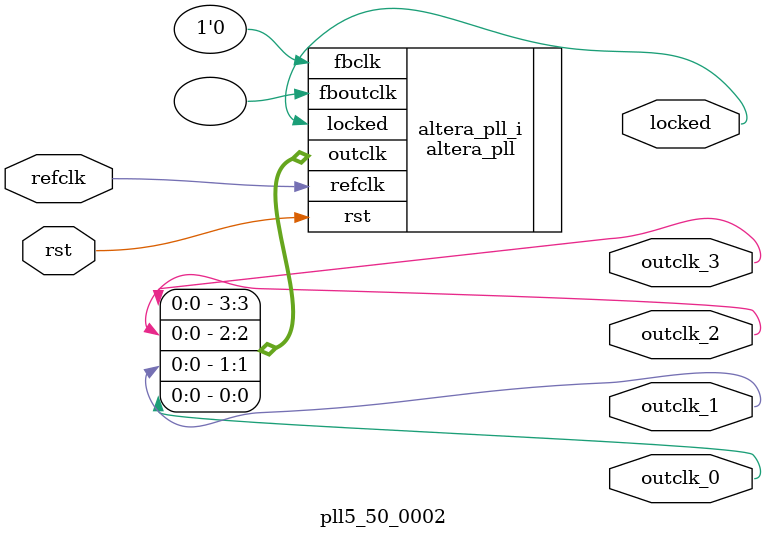
<source format=v>
`timescale 1ns/10ps
module  pll5_50_0002 #(
	parameter REF_CLK = "50.0 MHz",
	parameter NUM_CLKS = 4,
	parameter CLK0 = "20.000000 MHz",
	parameter CLK1 = "40.000000 MHz",
	parameter CLK2 = "18.421052 MHz",
	parameter CLK3 = "10.000000 MHz"
)
(

	// interface 'refclk'
	input wire refclk,

	// interface 'reset'
	input wire rst,

	// interface 'outclk0'
	output wire outclk_0,

	// interface 'outclk1'
	output wire outclk_1,

	// interface 'outclk2'
	output wire outclk_2,

	// interface 'outclk3'
	output wire outclk_3,

	// interface 'locked'
	output wire locked
);

	altera_pll #(
		.fractional_vco_multiplier("false"),
		.reference_clock_frequency(REF_CLK),
		.operation_mode("direct"),
		.number_of_clocks(NUM_CLKS),
		.output_clock_frequency0(CLK0),
		.phase_shift0("0 ps"),
		.duty_cycle0(50),
		.output_clock_frequency1(CLK1),
		.phase_shift1("0 ps"),
		.duty_cycle1(50),
		.output_clock_frequency2(CLK2),
		.phase_shift2("0 ps"),
		.duty_cycle2(50),
		.output_clock_frequency3(CLK3),
		.phase_shift3("0 ps"),
		.duty_cycle3(50),
		.output_clock_frequency4("0 MHz"),
		.phase_shift4("0 ps"),
		.duty_cycle4(50),
		.output_clock_frequency5("0 MHz"),
		.phase_shift5("0 ps"),
		.duty_cycle5(50),
		.output_clock_frequency6("0 MHz"),
		.phase_shift6("0 ps"),
		.duty_cycle6(50),
		.output_clock_frequency7("0 MHz"),
		.phase_shift7("0 ps"),
		.duty_cycle7(50),
		.output_clock_frequency8("0 MHz"),
		.phase_shift8("0 ps"),
		.duty_cycle8(50),
		.output_clock_frequency9("0 MHz"),
		.phase_shift9("0 ps"),
		.duty_cycle9(50),
		.output_clock_frequency10("0 MHz"),
		.phase_shift10("0 ps"),
		.duty_cycle10(50),
		.output_clock_frequency11("0 MHz"),
		.phase_shift11("0 ps"),
		.duty_cycle11(50),
		.output_clock_frequency12("0 MHz"),
		.phase_shift12("0 ps"),
		.duty_cycle12(50),
		.output_clock_frequency13("0 MHz"),
		.phase_shift13("0 ps"),
		.duty_cycle13(50),
		.output_clock_frequency14("0 MHz"),
		.phase_shift14("0 ps"),
		.duty_cycle14(50),
		.output_clock_frequency15("0 MHz"),
		.phase_shift15("0 ps"),
		.duty_cycle15(50),
		.output_clock_frequency16("0 MHz"),
		.phase_shift16("0 ps"),
		.duty_cycle16(50),
		.output_clock_frequency17("0 MHz"),
		.phase_shift17("0 ps"),
		.duty_cycle17(50),
		.pll_type("General"),
		.pll_subtype("General")
	) altera_pll_i (
		.rst	(rst),
		.outclk	({outclk_3, outclk_2, outclk_1, outclk_0}),
		.locked	(locked),
		.fboutclk	( ),
		.fbclk	(1'b0),
		.refclk	(refclk)
	);
endmodule


</source>
